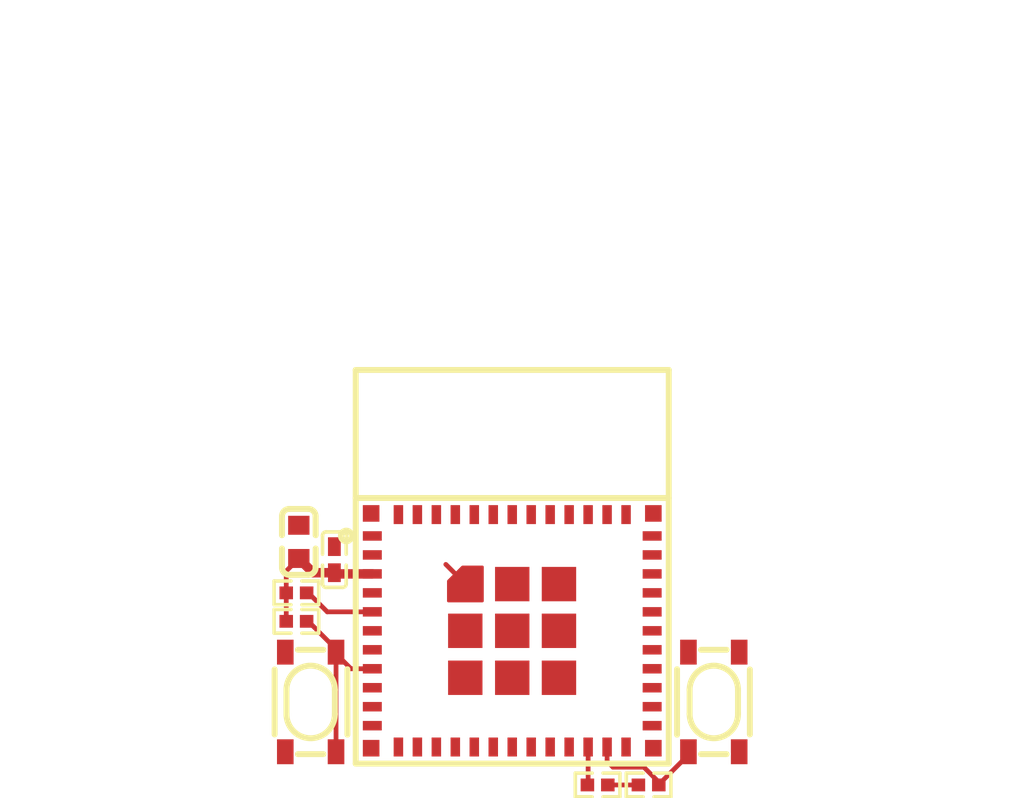
<source format=kicad_pcb>
(kicad_pcb (version 20241229) (generator "pcbnew") (generator_version "9.0")
  (layers (0 "F.Cu" signal) (2 "B.Cu" signal) (13 "F.Paste" user) (15 "B.Paste" user) (5 "F.SilkS" user "F.Silkscreen") (7 "B.SilkS" user "B.Silkscreen") (1 "F.Mask" user) (3 "B.Mask" user) (25 "Edge.Cuts" user))
  (net 0 "")
  (net 1 "VCC")
  (net 2 "WS")
  (net 3 "esp32_c3-net-6")
  (net 4 "esp32_c3-net-7")
  (net 5 "esp32_c3-net-1")
  (net 6 "TX")
  (net 7 "esp32_c3-net-11")
  (net 8 "esp32_c3-net-9")
  (net 9 "USB_D_P")
  (net 10 "USB_D_N")
  (net 11 "data_3")
  (net 12 "SCK")
  (net 13 "esp32_c3-net-10")
  (net 14 "esp32_c3-net-4")
  (net 15 "MISO")
  (net 16 "SCL")
  (net 17 "esp32_c3-net-8")
  (net 18 "esp32_c3-net-0")
  (net 19 "esp32_c3-net-2")
  (net 20 "SCLK")
  (net 21 "SD")
  (net 22 "data_0")
  (net 23 "esp32_c3-net-12")
  (net 24 "esp32_c3-net-3")
  (net 25 "data_2")
  (net 26 "data_1")
  (net 27 "RX")
  (net 28 "esp32_c3-net-13")
  (net 29 "esp32_c3-net-5")
  (net 30 "GND")
  (net 31 "output")
  (net 32 "N_TRST")
  (footprint "Samsung_Electro_Mechanics_CL05B104KO5NNNC:C0402" (layer "F.Cu") (at -7.5 -3 90)
    (property "Reference" "C4" (hide yes))
    (property "Value" "100nF ±10% 16V X7R" (hide yes))
    (fp_line (start 1.02 -0.5) (end 0.23 -0.5) (stroke (width 0.15)) (layer "F.SilkS"))
    (fp_line (start -1.02 -0.5) (end -0.23 -0.5) (stroke (width 0.15)) (layer "F.SilkS"))
    (fp_line (start 1.17 0.35) (end 1.17 -0.35) (stroke (width 0.15)) (layer "F.SilkS"))
    (fp_line (start -1.17 0.35) (end -1.17 -0.35) (stroke (width 0.15)) (layer "F.SilkS"))
    (fp_line (start 0.23 0.5) (end 1.02 0.5) (stroke (width 0.15)) (layer "F.SilkS"))
    (fp_line (start -0.23 0.5) (end -1.02 0.5) (stroke (width 0.15)) (layer "F.SilkS"))
    (fp_arc (start 1.02 -0.5) (mid 1.126066 -0.456066) (end 1.17 -0.35) (stroke (width 0.15)) (layer "F.SilkS"))
    (fp_arc (start -1.17 -0.35) (mid -1.126066 -0.456066) (end -1.02 -0.5) (stroke (width 0.15)) (layer "F.SilkS"))
    (fp_arc (start 1.17 0.35) (mid 1.126066 0.456066) (end 1.02 0.5) (stroke (width 0.15)) (layer "F.SilkS"))
    (fp_arc (start -1.02 0.5) (mid -1.126066 0.456066) (end -1.17 0.35) (stroke (width 0.15)) (layer "F.SilkS"))
    (pad "1" smd rect (at -0.55 0 90) (size 0.79 0.54) (layers "F.Cu" "F.Mask" "F.Paste") (net 1 "VCC"))
    (pad "2" smd rect (at 0.55 0 90) (size 0.79 0.54) (layers "F.Cu" "F.Mask" "F.Paste") (net 30 "GND"))
  )
  (footprint "Espressif_Systems_ESP32_C3_MINI_1_N4:WIFIM-SMD_ESP32-C3-MINI-1" (layer "F.Cu") (at 0 0 0)
    (property "Reference" "U1" (hide yes))
    (property "Value" "" (hide yes))
    (fp_line (start -6.6 -11) (end 6.6 -11) (stroke (width 0.25)) (layer "F.SilkS"))
    (fp_line (start -6.6 5.6) (end -6.6 -11) (stroke (width 0.25)) (layer "F.SilkS"))
    (fp_line (start -6.6 5.6) (end 6.6 5.6) (stroke (width 0.25)) (layer "F.SilkS"))
    (fp_line (start 6.6 -5.6) (end -6.6 -5.6) (stroke (width 0.25)) (layer "F.SilkS"))
    (fp_line (start 6.6 5.6) (end 6.6 -11) (stroke (width 0.25)) (layer "F.SilkS"))
    (fp_circle (center -7 -4) (end -6.9 -4) (stroke (width 0.25)) (fill no) (layer "F.SilkS"))
    (pad "1" smd rect (at -5.9 -4 90) (size 0.4 0.8) (layers "F.Cu" "F.Mask" "F.Paste") (net 30 "GND"))
    (pad "2" smd rect (at -5.9 -3.2 90) (size 0.4 0.8) (layers "F.Cu" "F.Mask" "F.Paste") (net 30 "GND"))
    (pad "3" smd rect (at -5.9 -2.4 90) (size 0.4 0.8) (layers "F.Cu" "F.Mask" "F.Paste") (net 1 "VCC"))
    (pad "4" smd rect (at -5.9 -1.6 90) (size 0.4 0.8) (layers "F.Cu" "F.Mask" "F.Paste") (net 8 "esp32_c3-net-9"))
    (pad "5" smd rect (at -5.9 -0.8 90) (size 0.4 0.8) (layers "F.Cu" "F.Mask" "F.Paste") (net 26 "data_1"))
    (pad "6" smd rect (at -5.9 0 90) (size 0.4 0.8) (layers "F.Cu" "F.Mask" "F.Paste") (net 2 "WS"))
    (pad "7" smd rect (at -5.9 0.8 90) (size 0.4 0.8) (layers "F.Cu" "F.Mask" "F.Paste") (net 13 "esp32_c3-net-10"))
    (pad "8" smd rect (at -5.9 1.6 90) (size 0.4 0.8) (layers "F.Cu" "F.Mask" "F.Paste") (net 32 "N_TRST"))
    (pad "9" smd rect (at -5.9 2.4 90) (size 0.4 0.8) (layers "F.Cu" "F.Mask" "F.Paste") (net 7 "esp32_c3-net-11"))
    (pad "10" smd rect (at -5.9 3.2 90) (size 0.4 0.8) (layers "F.Cu" "F.Mask" "F.Paste") (net 19 "esp32_c3-net-2"))
    (pad "11" smd rect (at -5.9 4 90) (size 0.4 0.8) (layers "F.Cu" "F.Mask" "F.Paste") (net 30 "GND"))
    (pad "12" smd rect (at -4.8 4.9 180) (size 0.4 0.8) (layers "F.Cu" "F.Mask" "F.Paste") (net 12 "SCK"))
    (pad "13" smd rect (at -4 4.9 180) (size 0.4 0.8) (layers "F.Cu" "F.Mask" "F.Paste") (net 21 "SD"))
    (pad "14" smd rect (at -3.2 4.9 180) (size 0.4 0.8) (layers "F.Cu" "F.Mask" "F.Paste") (net 30 "GND"))
    (pad "15" smd rect (at -2.4 4.9 180) (size 0.4 0.8) (layers "F.Cu" "F.Mask" "F.Paste") (net 23 "esp32_c3-net-12"))
    (pad "16" smd rect (at -1.6 4.9 180) (size 0.4 0.8) (layers "F.Cu" "F.Mask" "F.Paste") (net 20 "SCLK"))
    (pad "17" smd rect (at -0.8 4.9 180) (size 0.4 0.8) (layers "F.Cu" "F.Mask" "F.Paste") (net 28 "esp32_c3-net-13"))
    (pad "18" smd rect (at 0 4.9 180) (size 0.4 0.8) (layers "F.Cu" "F.Mask" "F.Paste") (net 11 "data_3"))
    (pad "19" smd rect (at 0.8 4.9 180) (size 0.4 0.8) (layers "F.Cu" "F.Mask" "F.Paste") (net 25 "data_2"))
    (pad "20" smd rect (at 1.6 4.9 180) (size 0.4 0.8) (layers "F.Cu" "F.Mask" "F.Paste") (net 16 "SCL"))
    (pad "21" smd rect (at 2.4 4.9 180) (size 0.4 0.8) (layers "F.Cu" "F.Mask" "F.Paste") (net 22 "data_0"))
    (pad "22" smd rect (at 3.2 4.9 180) (size 0.4 0.8) (layers "F.Cu" "F.Mask" "F.Paste") (net 15 "MISO"))
    (pad "23" smd rect (at 4 4.9 180) (size 0.4 0.8) (layers "F.Cu" "F.Mask" "F.Paste") (net 31 "output"))
    (pad "24" smd rect (at 4.8 4.9 180) (size 0.4 0.8) (layers "F.Cu" "F.Mask" "F.Paste") (net 18 "esp32_c3-net-0"))
    (pad "25" smd rect (at 5.9 4 270) (size 0.4 0.8) (layers "F.Cu" "F.Mask" "F.Paste") (net 5 "esp32_c3-net-1"))
    (pad "26" smd rect (at 5.9 3.2 270) (size 0.4 0.8) (layers "F.Cu" "F.Mask" "F.Paste") (net 10 "USB_D_N"))
    (pad "27" smd rect (at 5.9 2.4 270) (size 0.4 0.8) (layers "F.Cu" "F.Mask" "F.Paste") (net 9 "USB_D_P"))
    (pad "28" smd rect (at 5.9 1.6 270) (size 0.4 0.8) (layers "F.Cu" "F.Mask" "F.Paste") (net 24 "esp32_c3-net-3"))
    (pad "29" smd rect (at 5.9 0.8 270) (size 0.4 0.8) (layers "F.Cu" "F.Mask" "F.Paste") (net 14 "esp32_c3-net-4"))
    (pad "30" smd rect (at 5.9 0 270) (size 0.4 0.8) (layers "F.Cu" "F.Mask" "F.Paste") (net 27 "RX"))
    (pad "31" smd rect (at 5.9 -0.8 270) (size 0.4 0.8) (layers "F.Cu" "F.Mask" "F.Paste") (net 6 "TX"))
    (pad "32" smd rect (at 5.9 -1.6 270) (size 0.4 0.8) (layers "F.Cu" "F.Mask" "F.Paste") (net 29 "esp32_c3-net-5"))
    (pad "33" smd rect (at 5.9 -2.4 270) (size 0.4 0.8) (layers "F.Cu" "F.Mask" "F.Paste") (net 3 "esp32_c3-net-6"))
    (pad "34" smd rect (at 5.9 -3.2 270) (size 0.4 0.8) (layers "F.Cu" "F.Mask" "F.Paste") (net 4 "esp32_c3-net-7"))
    (pad "35" smd rect (at 5.9 -4 270) (size 0.4 0.8) (layers "F.Cu" "F.Mask" "F.Paste") (net 17 "esp32_c3-net-8"))
    (pad "36" smd rect (at 4.8 -4.9 0) (size 0.4 0.8) (layers "F.Cu" "F.Mask" "F.Paste") (net 30 "GND"))
    (pad "37" smd rect (at 4 -4.9 0) (size 0.4 0.8) (layers "F.Cu" "F.Mask" "F.Paste") (net 30 "GND"))
    (pad "38" smd rect (at 3.2 -4.9 0) (size 0.4 0.8) (layers "F.Cu" "F.Mask" "F.Paste") (net 30 "GND"))
    (pad "39" smd rect (at 2.4 -4.9 0) (size 0.4 0.8) (layers "F.Cu" "F.Mask" "F.Paste") (net 30 "GND"))
    (pad "40" smd rect (at 1.6 -4.9 0) (size 0.4 0.8) (layers "F.Cu" "F.Mask" "F.Paste") (net 30 "GND"))
    (pad "41" smd rect (at 0.8 -4.9 0) (size 0.4 0.8) (layers "F.Cu" "F.Mask" "F.Paste") (net 30 "GND"))
    (pad "42" smd rect (at 0 -4.9 0) (size 0.4 0.8) (layers "F.Cu" "F.Mask" "F.Paste") (net 30 "GND"))
    (pad "43" smd rect (at -0.8 -4.9 0) (size 0.4 0.8) (layers "F.Cu" "F.Mask" "F.Paste") (net 30 "GND"))
    (pad "44" smd rect (at -1.6 -4.9 0) (size 0.4 0.8) (layers "F.Cu" "F.Mask" "F.Paste") (net 30 "GND"))
    (pad "45" smd rect (at -2.4 -4.9 0) (size 0.4 0.8) (layers "F.Cu" "F.Mask" "F.Paste") (net 30 "GND"))
    (pad "46" smd rect (at -3.2 -4.9 0) (size 0.4 0.8) (layers "F.Cu" "F.Mask" "F.Paste") (net 30 "GND"))
    (pad "47" smd rect (at -4 -4.9 0) (size 0.4 0.8) (layers "F.Cu" "F.Mask" "F.Paste") (net 30 "GND"))
    (pad "48" smd rect (at -4.8 -4.9 0) (size 0.4 0.8) (layers "F.Cu" "F.Mask" "F.Paste") (net 30 "GND"))
    (pad "49" smd custom (at -1.98 -1.98 0) (size 0.01 0.01) (layers "F.Cu" "F.Mask" "F.Paste") (net 30 "GND") (options (clearance outline) (anchor circle)) (primitives (gr_poly (pts (xy -0.72 -0.12) (xy -0.12 -0.72) (xy 0.73 -0.72) (xy 0.73 0.73) (xy -0.72 0.73)) (width 0.1) (fill yes))))
    (pad "49" smd rect (at -1.98 0 0) (size 1.45 1.45) (layers "F.Cu" "F.Mask" "F.Paste") (net 30 "GND"))
    (pad "49" smd rect (at -1.98 1.98 0) (size 1.45 1.45) (layers "F.Cu" "F.Mask" "F.Paste") (net 30 "GND"))
    (pad "49" smd rect (at 0 -1.97 0) (size 1.45 1.45) (layers "F.Cu" "F.Mask" "F.Paste") (net 30 "GND"))
    (pad "49" smd rect (at 0 0 0) (size 1.45 1.45) (layers "F.Cu" "F.Mask" "F.Paste") (net 30 "GND"))
    (pad "49" smd rect (at 0 1.98 0) (size 1.45 1.45) (layers "F.Cu" "F.Mask" "F.Paste") (net 30 "GND"))
    (pad "49" smd rect (at 1.97 -1.97 0) (size 1.45 1.45) (layers "F.Cu" "F.Mask" "F.Paste") (net 30 "GND"))
    (pad "49" smd rect (at 1.97 0 0) (size 1.45 1.45) (layers "F.Cu" "F.Mask" "F.Paste") (net 30 "GND"))
    (pad "49" smd rect (at 1.97 1.98 0) (size 1.45 1.45) (layers "F.Cu" "F.Mask" "F.Paste") (net 30 "GND"))
    (pad "50" smd rect (at 5.95 -4.95 0) (size 0.7 0.7) (layers "F.Cu" "F.Mask" "F.Paste") (net 30 "GND"))
    (pad "51" smd rect (at 5.95 4.95 0) (size 0.7 0.7) (layers "F.Cu" "F.Mask" "F.Paste") (net 30 "GND"))
    (pad "52" smd rect (at -5.95 4.95 0) (size 0.7 0.7) (layers "F.Cu" "F.Mask" "F.Paste") (net 30 "GND"))
    (pad "53" smd rect (at -5.95 -4.95 0) (size 0.7 0.7) (layers "F.Cu" "F.Mask" "F.Paste") (net 30 "GND"))
  )
  (footprint "UNI_ROYAL_0402WGF1002TCE:R0402" (layer "F.Cu") (at 3.6 6.5 0)
    (property "Reference" "R2" (hide yes))
    (property "Value" "10kΩ ±1% 62.5mW" (hide yes))
    (fp_line (start -0.94 -0.5) (end -0.23 -0.5) (stroke (width 0.15)) (layer "F.SilkS"))
    (fp_line (start -0.94 0.5) (end -0.94 -0.5) (stroke (width 0.15)) (layer "F.SilkS"))
    (fp_line (start -0.23 0.5) (end -0.94 0.5) (stroke (width 0.15)) (layer "F.SilkS"))
    (fp_line (start 0.23 0.5) (end 0.94 0.5) (stroke (width 0.15)) (layer "F.SilkS"))
    (fp_line (start 0.94 -0.5) (end 0.23 -0.5) (stroke (width 0.15)) (layer "F.SilkS"))
    (fp_line (start 0.94 0.5) (end 0.94 -0.5) (stroke (width 0.15)) (layer "F.SilkS"))
    (pad "1" smd rect (at -0.43 0 0) (size 0.57 0.54) (layers "F.Cu" "F.Mask" "F.Paste") (net 15 "MISO"))
    (pad "2" smd rect (at 0.43 0 0) (size 0.57 0.54) (layers "F.Cu" "F.Mask" "F.Paste") (net 1 "VCC"))
  )
  (footprint "UNI_ROYAL_0402WGF5101TCE:R0402" (layer "F.Cu") (at 5.75 6.5 0)
    (property "Reference" "R4" (hide yes))
    (property "Value" "5.1kΩ ±1% 62.5mW" (hide yes))
    (fp_line (start -0.94 -0.5) (end -0.23 -0.5) (stroke (width 0.15)) (layer "F.SilkS"))
    (fp_line (start -0.94 0.5) (end -0.94 -0.5) (stroke (width 0.15)) (layer "F.SilkS"))
    (fp_line (start -0.23 0.5) (end -0.94 0.5) (stroke (width 0.15)) (layer "F.SilkS"))
    (fp_line (start 0.23 0.5) (end 0.94 0.5) (stroke (width 0.15)) (layer "F.SilkS"))
    (fp_line (start 0.94 -0.5) (end 0.23 -0.5) (stroke (width 0.15)) (layer "F.SilkS"))
    (fp_line (start 0.94 0.5) (end 0.94 -0.5) (stroke (width 0.15)) (layer "F.SilkS"))
    (pad "1" smd rect (at -0.43 0 0) (size 0.57 0.54) (layers "F.Cu" "F.Mask" "F.Paste") (net 1 "VCC"))
    (pad "2" smd rect (at 0.43 0 0) (size 0.57 0.54) (layers "F.Cu" "F.Mask" "F.Paste") (net 31 "output"))
  )
  (footprint "ALPSALPINE_SKRPACE010:KEY-SMD_4P-L4.2-W3.2-P2.20-LS4.6" (layer "F.Cu") (at -8.5 3 90)
    (property "Reference" "SW2" (hide yes))
    (property "Value" "" (hide yes))
    (fp_line (start 1.37 -1.52) (end -1.37 -1.52) (stroke (width 0.25)) (layer "F.SilkS"))
    (fp_line (start -0.51 -1.02) (end 0.51 -1.02) (stroke (width 0.25)) (layer "F.SilkS"))
    (fp_line (start 2.2 -0.54) (end 2.2 0.54) (stroke (width 0.25)) (layer "F.SilkS"))
    (fp_line (start -2.2 -0.54) (end -2.2 0.54) (stroke (width 0.25)) (layer "F.SilkS"))
    (fp_line (start -0.51 1.02) (end 0.51 1.02) (stroke (width 0.25)) (layer "F.SilkS"))
    (fp_line (start -1.38 1.55) (end 1.38 1.55) (stroke (width 0.25)) (layer "F.SilkS"))
    (fp_arc (start 0.51 -1.02) (mid 1.53 0) (end 0.51 1.02) (stroke (width 0.25)) (layer "F.SilkS"))
    (fp_arc (start -0.51 1.02) (mid -1.53 0) (end -0.51 -1.02) (stroke (width 0.25)) (layer "F.SilkS"))
    (pad "1" smd rect (at -2.1 -1.07 90) (size 1.05 0.7) (layers "F.Cu" "F.Mask" "F.Paste") (net 30 "GND"))
    (pad "2" smd rect (at 2.1 -1.07 90) (size 1.05 0.7) (layers "F.Cu" "F.Mask" "F.Paste") (net 30 "GND"))
    (pad "3" smd rect (at -2.1 1.07 90) (size 1.05 0.7) (layers "F.Cu" "F.Mask" "F.Paste") (net 32 "N_TRST"))
    (pad "4" smd rect (at 2.1 1.07 90) (size 1.05 0.7) (layers "F.Cu" "F.Mask" "F.Paste") (net 32 "N_TRST"))
  )
  (footprint "Samsung_Electro_Mechanics_CL10A226MQ8NRNC:C0603" (layer "F.Cu") (at -9 -3.75 90)
    (property "Reference" "C3" (hide yes))
    (property "Value" "22µF ±20% 6.3V X5R" (hide yes))
    (fp_line (start 0.28 -0.71) (end 1.08 -0.71) (stroke (width 0.25)) (layer "F.SilkS"))
    (fp_line (start -0.28 -0.71) (end -1.08 -0.71) (stroke (width 0.25)) (layer "F.SilkS"))
    (fp_line (start 1.39 -0.4) (end 1.39 0.4) (stroke (width 0.25)) (layer "F.SilkS"))
    (fp_line (start -1.39 0.4) (end -1.39 -0.4) (stroke (width 0.25)) (layer "F.SilkS"))
    (fp_line (start 0.28 0.71) (end 1.08 0.71) (stroke (width 0.25)) (layer "F.SilkS"))
    (fp_line (start -0.28 0.71) (end -1.08 0.71) (stroke (width 0.25)) (layer "F.SilkS"))
    (fp_arc (start 1.08 -0.71) (mid 1.299203 -0.619203) (end 1.39 -0.4) (stroke (width 0.25)) (layer "F.SilkS"))
    (fp_arc (start -1.39 -0.4) (mid -1.299203 -0.619203) (end -1.08 -0.71) (stroke (width 0.25)) (layer "F.SilkS"))
    (fp_arc (start 1.39 0.4) (mid 1.299203 0.619203) (end 1.08 0.71) (stroke (width 0.25)) (layer "F.SilkS"))
    (fp_arc (start -1.08 0.71) (mid -1.299203 0.619203) (end -1.39 0.4) (stroke (width 0.25)) (layer "F.SilkS"))
    (pad "1" smd rect (at -0.7 0 90) (size 0.8 0.9) (layers "F.Cu" "F.Mask" "F.Paste") (net 1 "VCC"))
    (pad "2" smd rect (at 0.7 0 90) (size 0.8 0.9) (layers "F.Cu" "F.Mask" "F.Paste") (net 30 "GND"))
  )
  (footprint "ALPSALPINE_SKRPACE010:KEY-SMD_4P-L4.2-W3.2-P2.20-LS4.6" (layer "F.Cu") (at 8.5 3 -90)
    (property "Reference" "SW1" (hide yes))
    (property "Value" "" (hide yes))
    (fp_line (start -1.38 1.55) (end 1.38 1.55) (stroke (width 0.25)) (layer "F.SilkS"))
    (fp_line (start -0.51 1.02) (end 0.51 1.02) (stroke (width 0.25)) (layer "F.SilkS"))
    (fp_line (start -2.2 -0.54) (end -2.2 0.54) (stroke (width 0.25)) (layer "F.SilkS"))
    (fp_line (start 2.2 -0.54) (end 2.2 0.54) (stroke (width 0.25)) (layer "F.SilkS"))
    (fp_line (start -0.51 -1.02) (end 0.51 -1.02) (stroke (width 0.25)) (layer "F.SilkS"))
    (fp_line (start 1.37 -1.52) (end -1.37 -1.52) (stroke (width 0.25)) (layer "F.SilkS"))
    (fp_arc (start -0.51 1.02) (mid -1.53 0) (end -0.51 -1.02) (stroke (width 0.25)) (layer "F.SilkS"))
    (fp_arc (start 0.51 -1.02) (mid 1.53 0) (end 0.51 1.02) (stroke (width 0.25)) (layer "F.SilkS"))
    (pad "1" smd rect (at -2.1 -1.07 270) (size 1.05 0.7) (layers "F.Cu" "F.Mask" "F.Paste") (net 30 "GND"))
    (pad "2" smd rect (at 2.1 -1.07 270) (size 1.05 0.7) (layers "F.Cu" "F.Mask" "F.Paste") (net 30 "GND"))
    (pad "3" smd rect (at -2.1 1.07 270) (size 1.05 0.7) (layers "F.Cu" "F.Mask" "F.Paste") (net 31 "output"))
    (pad "4" smd rect (at 2.1 1.07 270) (size 1.05 0.7) (layers "F.Cu" "F.Mask" "F.Paste") (net 31 "output"))
  )
  (footprint "UNI_ROYAL_0402WGF1002TCE:R0402" (layer "F.Cu") (at -9.1 -1.6 180)
    (property "Reference" "R1" (hide yes))
    (property "Value" "10kΩ ±1% 62.5mW" (hide yes))
    (fp_line (start 0.94 0.5) (end 0.94 -0.5) (stroke (width 0.15)) (layer "F.SilkS"))
    (fp_line (start 0.94 -0.5) (end 0.23 -0.5) (stroke (width 0.15)) (layer "F.SilkS"))
    (fp_line (start 0.23 0.5) (end 0.94 0.5) (stroke (width 0.15)) (layer "F.SilkS"))
    (fp_line (start -0.23 0.5) (end -0.94 0.5) (stroke (width 0.15)) (layer "F.SilkS"))
    (fp_line (start -0.94 0.5) (end -0.94 -0.5) (stroke (width 0.15)) (layer "F.SilkS"))
    (fp_line (start -0.94 -0.5) (end -0.23 -0.5) (stroke (width 0.15)) (layer "F.SilkS"))
    (pad "1" smd rect (at -0.43 0 180) (size 0.57 0.54) (layers "F.Cu" "F.Mask" "F.Paste") (net 26 "data_1"))
    (pad "2" smd rect (at 0.43 0 180) (size 0.57 0.54) (layers "F.Cu" "F.Mask" "F.Paste") (net 1 "VCC"))
  )
  (footprint "UNI_ROYAL_0402WGF1002TCE:R0402" (layer "F.Cu") (at -9.1 -0.4 0)
    (property "Reference" "R3" (hide yes))
    (property "Value" "10kΩ ±1% 62.5mW" (hide yes))
    (fp_line (start -0.94 -0.5) (end -0.23 -0.5) (stroke (width 0.15)) (layer "F.SilkS"))
    (fp_line (start -0.94 0.5) (end -0.94 -0.5) (stroke (width 0.15)) (layer "F.SilkS"))
    (fp_line (start -0.23 0.5) (end -0.94 0.5) (stroke (width 0.15)) (layer "F.SilkS"))
    (fp_line (start 0.23 0.5) (end 0.94 0.5) (stroke (width 0.15)) (layer "F.SilkS"))
    (fp_line (start 0.94 -0.5) (end 0.23 -0.5) (stroke (width 0.15)) (layer "F.SilkS"))
    (fp_line (start 0.94 0.5) (end 0.94 -0.5) (stroke (width 0.15)) (layer "F.SilkS"))
    (pad "1" smd rect (at -0.43 0 0) (size 0.57 0.54) (layers "F.Cu" "F.Mask" "F.Paste") (net 1 "VCC"))
    (pad "2" smd rect (at 0.43 0 0) (size 0.57 0.54) (layers "F.Cu" "F.Mask" "F.Paste") (net 32 "N_TRST"))
  )
  (segment (start 4.03 6.5) (end 5.32 6.5) (width 0.2) (net 1) (layer "F.Cu"))
  (segment (start -8.4 -2.45) (end -9 -3.05) (width 0.4) (net 1) (layer "F.Cu"))
  (segment (start -7.5 -2.45) (end -8.4 -2.45) (width 0.4) (net 1) (layer "F.Cu"))
  (segment (start -9.53 -0.4) (end -9.53 -1.6) (width 0.2) (net 1) (layer "F.Cu"))
  (segment (start -9.53 -2.52) (end -9 -3.05) (width 0.2) (net 1) (layer "F.Cu"))
  (segment (start -7.45 -2.4) (end -7.5 -2.45) (width 0.4) (net 1) (layer "F.Cu"))
  (segment (start -9.53 -1.6) (end -9.53 -2.52) (width 0.2) (net 1) (layer "F.Cu"))
  (segment (start -5.9 -2.4) (end -7.45 -2.4) (width 0.4) (net 1) (layer "F.Cu"))
  (segment (start 3.2 4.9) (end 3.2 6.47) (width 0.2) (net 15) (layer "F.Cu"))
  (segment (start 3.2 6.47) (end 3.17 6.5) (width 0.2) (net 15) (layer "F.Cu"))
  (segment (start -7.8 -0.8) (end -5.9 -0.8) (width 0.2) (net 26) (layer "F.Cu"))
  (segment (start -8.6 -1.6) (end -7.8 -0.8) (width 0.2) (net 26) (layer "F.Cu"))
  (segment (start -8.67 -1.6) (end -8.6 -1.6) (width 0.2) (net 26) (layer "F.Cu"))
  (segment (start -1.98 -1.98) (end -2.8 -2.8) (width 0.2) (net 30) (layer "F.Cu"))
  (segment (start 7.43 5.23) (end 6.18 6.48) (width 0.2) (net 31) (layer "F.Cu"))
  (segment (start 7.43 5.1) (end 7.43 5.23) (width 0.2) (net 31) (layer "F.Cu"))
  (segment (start 6.18 6.5) (end 6.18 6.379132) (width 0.2) (net 31) (layer "F.Cu"))
  (segment (start 5.550868 5.75) (end 4.25 5.75) (width 0.2) (net 31) (layer "F.Cu"))
  (segment (start 4.25 5.75) (end 4 5.5) (width 0.2) (net 31) (layer "F.Cu"))
  (segment (start 4 5.5) (end 4 4.9) (width 0.2) (net 31) (layer "F.Cu"))
  (segment (start 6.18 6.379132) (end 5.550868 5.75) (width 0.2) (net 31) (layer "F.Cu"))
  (segment (start 6.18 6.48) (end 6.18 6.5) (width 0.2) (net 31) (layer "F.Cu"))
  (segment (start -6.8 1.6) (end -5.9 1.6) (width 0.2) (net 32) (layer "F.Cu"))
  (segment (start -7.43 0.97) (end -6.8 1.6) (width 0.2) (net 32) (layer "F.Cu"))
  (segment (start -8.6 -0.4) (end -7.43 0.77) (width 0.2) (net 32) (layer "F.Cu"))
  (segment (start -8.67 -0.4) (end -8.6 -0.4) (width 0.2) (net 32) (layer "F.Cu"))
  (segment (start -7.43 0.77) (end -7.43 0.9) (width 0.2) (net 32) (layer "F.Cu"))
  (segment (start -7.43 5.1) (end -7.43 0.9) (width 0.2) (net 32) (layer "F.Cu"))
  (segment (start -7.43 0.9) (end -7.43 0.97) (width 0.2) (net 32) (layer "F.Cu"))
)
</source>
